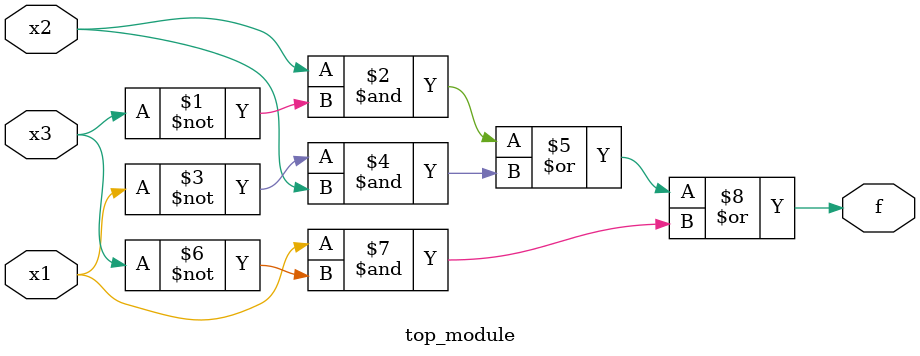
<source format=sv>
module top_module (
	input x3,
	input x2,
	input x1,
	output f
);

	assign f = x2 & ~x3 | ~x1 & x2 | x1 & ~x3; // implementation of the truth table

endmodule

</source>
